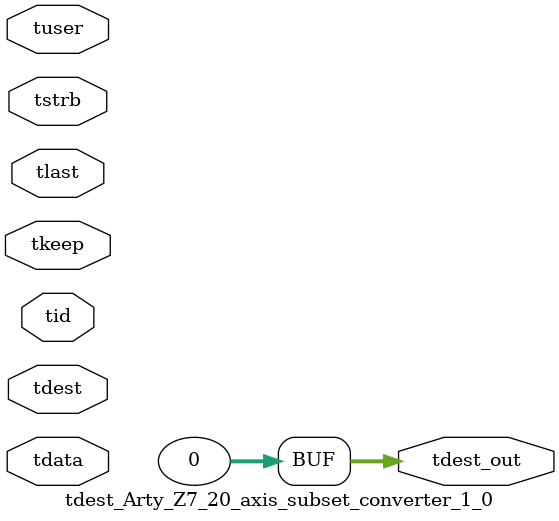
<source format=v>


`timescale 1ps/1ps

module tdest_Arty_Z7_20_axis_subset_converter_1_0 #
(
parameter C_S_AXIS_TDATA_WIDTH = 32,
parameter C_S_AXIS_TUSER_WIDTH = 0,
parameter C_S_AXIS_TID_WIDTH   = 0,
parameter C_S_AXIS_TDEST_WIDTH = 0,
parameter C_M_AXIS_TDEST_WIDTH = 32
)
(
input  [(C_S_AXIS_TDATA_WIDTH == 0 ? 1 : C_S_AXIS_TDATA_WIDTH)-1:0     ] tdata,
input  [(C_S_AXIS_TUSER_WIDTH == 0 ? 1 : C_S_AXIS_TUSER_WIDTH)-1:0     ] tuser,
input  [(C_S_AXIS_TID_WIDTH   == 0 ? 1 : C_S_AXIS_TID_WIDTH)-1:0       ] tid,
input  [(C_S_AXIS_TDEST_WIDTH == 0 ? 1 : C_S_AXIS_TDEST_WIDTH)-1:0     ] tdest,
input  [(C_S_AXIS_TDATA_WIDTH/8)-1:0 ] tkeep,
input  [(C_S_AXIS_TDATA_WIDTH/8)-1:0 ] tstrb,
input                                                                    tlast,
output [C_M_AXIS_TDEST_WIDTH-1:0] tdest_out
);

assign tdest_out = {1'b0};

endmodule


</source>
